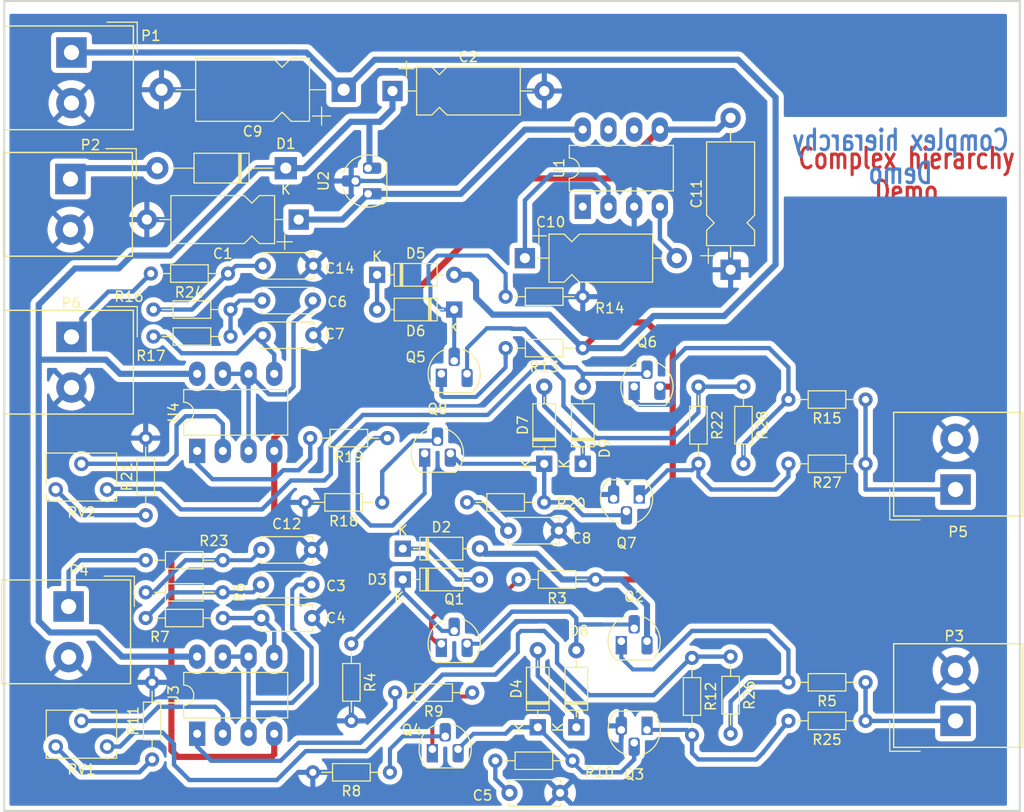
<source format=kicad_pcb>
(kicad_pcb (version 20210424) (generator pcbnew)
  (title_block (title "Actionneur_piezo") (company "Kicad devs") (comment 1 "Demo"))
  (layers (0 "F.Cu" power "top_copper") (31 "B.Cu" signal "bottom_copper") (34 "B.Paste" user) (35 "F.Paste" user) (36 "B.SilkS" user "B.Silkscreen") (37 "F.SilkS" user "F.Silkscreen") (38 "B.Mask" user) (39 "F.Mask" user) (44 "Edge.Cuts" user))
  (net 0 "")
  (net 1 "-VAA")
  (net 2 "/12Vext")
  (net 3 "/ampli_ht_horizontal/PIEZO_IN")
  (net 4 "/ampli_ht_horizontal/PIEZO_OUT")
  (net 5 "/ampli_ht_horizontal/S_OUT+")
  (net 6 "/ampli_ht_horizontal/Vpil_0_3,3V")
  (net 7 "/ampli_ht_vertical/PIEZO_IN")
  (net 8 "/ampli_ht_vertical/PIEZO_OUT")
  (net 9 "/ampli_ht_vertical/S_OUT+")
  (net 10 "/ampli_ht_vertical/Vpil_0_3,3V")
  (net 11 "GND")
  (net 12 "HT")
  (net 13 "Net-(C10-Pad1)")
  (net 14 "Net-(C10-Pad2)")
  (net 15 "Net-(C12-Pad1)")
  (net 16 "Net-(C14-Pad1)")
  (net 17 "Net-(C3-Pad2)")
  (net 18 "Net-(C4-Pad1)")
  (net 19 "Net-(C5-Pad1)")
  (net 20 "Net-(C6-Pad2)")
  (net 21 "Net-(C7-Pad1)")
  (net 22 "Net-(C8-Pad1)")
  (net 23 "Net-(D4-Pad1)")
  (net 24 "Net-(D4-Pad2)")
  (net 25 "Net-(D7-Pad1)")
  (net 26 "Net-(D7-Pad2)")
  (net 27 "Net-(R11-Pad1)")
  (net 28 "Net-(R19-Pad2)")
  (net 29 "Net-(R21-Pad1)")
  (net 30 "Net-(R9-Pad2)")
  (net 31 "Net-(RV1-Pad2)")
  (net 32 "Net-(RV2-Pad2)")
  (net 33 "VCC")
  (net 34 "Net-(D2-Pad1)")
  (net 35 "Net-(D3-Pad1)")
  (net 36 "Net-(D5-Pad1)")
  (net 37 "Net-(D6-Pad1)")
  (net 38 "Net-(D8-Pad2)")
  (net 39 "Net-(D9-Pad2)")
  (net 40 "+12V")
  (net 41 "Net-(Q1-Pad1)")
  (net 42 "Net-(Q2-Pad1)")
  (net 43 "Net-(Q3-Pad1)")
  (net 44 "Net-(Q4-Pad1)")
  (net 45 "Net-(Q4-Pad2)")
  (net 46 "Net-(Q5-Pad1)")
  (net 47 "Net-(Q6-Pad1)")
  (net 48 "Net-(Q7-Pad1)")
  (net 49 "Net-(Q8-Pad1)")
  (net 50 "Net-(Q8-Pad2)")
  (footprint "Capacitor_THT:CP_Axial_L10.0mm_D4.5mm_P15.00mm_Horizontal" (layer "F.Cu") (at 126.619 60.706)
    (fp_text reference "C2")
    (fp_text value "47uF/20V")
  )
  (footprint "Capacitor_THT:CP_Axial_L11.0mm_D6.0mm_P18.00mm_Horizontal" (layer "F.Cu") (at 121.793 60.579 180)
    (fp_text reference "C9")
    (fp_text value "47uF/63V")
  )
  (footprint "Capacitor_THT:CP_Axial_L10.0mm_D4.5mm_P15.00mm_Horizontal" (layer "F.Cu") (at 139.7 77.216)
    (fp_text reference "C10")
    (fp_text value "10uF")
  )
  (footprint "Capacitor_THT:CP_Axial_L10.0mm_D4.5mm_P15.00mm_Horizontal" (layer "F.Cu") (at 160.02 78.359 90)
    (fp_text reference "C11")
    (fp_text value "10uF")
  )
  (footprint "Package_TO_SOT_THT:TO-92_HandSolder" (layer "F.Cu") (at 131.445 115.316)
    (fp_text reference "Q1")
    (fp_text value "MPSA92")
  )
  (footprint "Package_TO_SOT_THT:TO-92_HandSolder" (layer "F.Cu") (at 151.765 123.825 180)
    (fp_text reference "Q3")
    (fp_text value "MPSA92")
  )
  (footprint "Package_TO_SOT_THT:TO-92_HandSolder" (layer "F.Cu") (at 131.445 88.646)
    (fp_text reference "Q5")
    (fp_text value "MPSA92")
  )
  (footprint "Package_TO_SOT_THT:TO-92_HandSolder" (layer "F.Cu") (at 150.495 89.916)
    (fp_text reference "Q6")
    (fp_text value "MPSA42")
  )
  (footprint "Package_TO_SOT_THT:TO-92_HandSolder" (layer "F.Cu") (at 151.003 100.965 180)
    (fp_text reference "Q7")
    (fp_text value "MPSA92")
  )
  (footprint "Package_TO_SOT_THT:TO-92_HandSolder" (layer "F.Cu") (at 129.794 96.52)
    (fp_text reference "Q8")
    (fp_text value "MPSA42")
  )
  (footprint "Potentiometer_THT:Potentiometer_Bourns_3266W_Vertical" (layer "F.Cu") (at 93.345 125.476 180)
    (fp_text reference "RV1")
    (fp_text value "4,7K")
  )
  (footprint "Potentiometer_THT:Potentiometer_Bourns_3266W_Vertical" (layer "F.Cu") (at 93.345 100.076 180)
    (fp_text reference "RV2")
    (fp_text value "4,7K")
  )
  (footprint "Package_TO_SOT_THT:TO-92_HandSolder" (layer "F.Cu") (at 124.206 70.866 90)
    (fp_text reference "U2")
    (fp_text value "78L05")
  )
  (footprint "Resistor_THT:R_Axial_DIN0204_L3.6mm_D1.6mm_P7.62mm_Horizontal" (layer "F.Cu") (at 126.111 94.996 180)
    (fp_text reference "R19")
    (fp_text value "1K")
  )
  (footprint "Resistor_THT:R_Axial_DIN0204_L3.6mm_D1.6mm_P7.62mm_Horizontal" (layer "F.Cu") (at 109.855 110.236 180)
    (fp_text reference "R6")
    (fp_text value "22K")
  )
  (footprint "Resistor_THT:R_Axial_DIN0204_L3.6mm_D1.6mm_P7.62mm_Horizontal" (layer "F.Cu") (at 125.603 101.346 180)
    (fp_text reference "R18")
    (fp_text value "1K")
  )
  (footprint "Resistor_THT:R_Axial_DIN0204_L3.6mm_D1.6mm_P7.62mm_Horizontal" (layer "F.Cu") (at 110.617 82.296 180)
    (fp_text reference "R16")
    (fp_text value "22K")
  )
  (footprint "Resistor_THT:R_Axial_DIN0204_L3.6mm_D1.6mm_P7.62mm_Horizontal" (layer "F.Cu") (at 173.355 91.186 180)
    (fp_text reference "R15")
    (fp_text value "47")
  )
  (footprint "Resistor_THT:R_Axial_DIN0204_L3.6mm_D1.6mm_P7.62mm_Horizontal" (layer "F.Cu") (at 137.795 81.026)
    (fp_text reference "R14")
    (fp_text value "220K")
  )
  (footprint "Resistor_THT:R_Axial_DIN0204_L3.6mm_D1.6mm_P7.62mm_Horizontal" (layer "F.Cu") (at 145.415 86.106 180)
    (fp_text reference "R13")
    (fp_text value "470")
  )
  (footprint "Resistor_THT:R_Axial_DIN0204_L3.6mm_D1.6mm_P7.62mm_Horizontal" (layer "F.Cu") (at 156.21 116.713 -90)
    (fp_text reference "R12")
    (fp_text value "220K")
  )
  (footprint "Resistor_THT:R_Axial_DIN0204_L3.6mm_D1.6mm_P7.62mm_Horizontal" (layer "F.Cu") (at 102.87 126.746 90)
    (fp_text reference "R11")
    (fp_text value "4,7K")
  )
  (footprint "Resistor_THT:R_Axial_DIN0204_L3.6mm_D1.6mm_P7.62mm_Horizontal" (layer "F.Cu") (at 144.399 126.873 180)
    (fp_text reference "R10")
    (fp_text value "5,6K")
  )
  (footprint "Resistor_THT:R_Axial_DIN0204_L3.6mm_D1.6mm_P7.62mm_Horizontal" (layer "F.Cu") (at 134.493 120.142 180)
    (fp_text reference "R9")
    (fp_text value "1K")
  )
  (footprint "Resistor_THT:R_Axial_DIN0204_L3.6mm_D1.6mm_P7.62mm_Horizontal" (layer "F.Cu") (at 126.365 128.016 180)
    (fp_text reference "R8")
    (fp_text value "1K")
  )
  (footprint "Resistor_THT:R_Axial_DIN0204_L3.6mm_D1.6mm_P7.62mm_Horizontal" (layer "F.Cu") (at 109.855 112.776 180)
    (fp_text reference "R7")
    (fp_text value "22K")
  )
  (footprint "Resistor_THT:R_Axial_DIN0204_L3.6mm_D1.6mm_P7.62mm_Horizontal" (layer "F.Cu") (at 102.997 84.963)
    (fp_text reference "R17")
    (fp_text value "22K")
  )
  (footprint "Resistor_THT:R_Axial_DIN0204_L3.6mm_D1.6mm_P7.62mm_Horizontal" (layer "F.Cu") (at 102.235 102.616 90)
    (fp_text reference "R21")
    (fp_text value "4,7K")
  )
  (footprint "Resistor_THT:R_Axial_DIN0204_L3.6mm_D1.6mm_P7.62mm_Horizontal" (layer "F.Cu") (at 146.685 108.966 180)
    (fp_text reference "R3")
    (fp_text value "470")
  )
  (footprint "Resistor_THT:R_Axial_DIN0204_L3.6mm_D1.6mm_P7.62mm_Horizontal" (layer "F.Cu") (at 122.555 115.316 -90)
    (fp_text reference "R4")
    (fp_text value "220K")
  )
  (footprint "Resistor_THT:R_Axial_DIN0204_L3.6mm_D1.6mm_P7.62mm_Horizontal" (layer "F.Cu") (at 173.355 119.126 180)
    (fp_text reference "R5")
    (fp_text value "47")
  )
  (footprint "Resistor_THT:R_Axial_DIN0204_L3.6mm_D1.6mm_P7.62mm_Horizontal" (layer "F.Cu") (at 161.29 89.916 -90)
    (fp_text reference "R28")
    (fp_text value "220K")
  )
  (footprint "Resistor_THT:R_Axial_DIN0204_L3.6mm_D1.6mm_P7.62mm_Horizontal" (layer "F.Cu") (at 173.355 97.536 180)
    (fp_text reference "R27")
    (fp_text value "47")
  )
  (footprint "Resistor_THT:R_Axial_DIN0204_L3.6mm_D1.6mm_P7.62mm_Horizontal" (layer "F.Cu") (at 160.02 116.586 -90)
    (fp_text reference "R26")
    (fp_text value "220K")
  )
  (footprint "Resistor_THT:R_Axial_DIN0204_L3.6mm_D1.6mm_P7.62mm_Horizontal" (layer "F.Cu") (at 173.355 122.936 180)
    (fp_text reference "R25")
    (fp_text value "47")
  )
  (footprint "Resistor_THT:R_Axial_DIN0204_L3.6mm_D1.6mm_P7.62mm_Horizontal" (layer "F.Cu") (at 110.363 78.74 180)
    (fp_text reference "R24")
    (fp_text value "1K")
  )
  (footprint "Resistor_THT:R_Axial_DIN0204_L3.6mm_D1.6mm_P7.62mm_Horizontal" (layer "F.Cu") (at 109.855 107.061 180)
    (fp_text reference "R23")
    (fp_text value "1K")
  )
  (footprint "Resistor_THT:R_Axial_DIN0204_L3.6mm_D1.6mm_P7.62mm_Horizontal" (layer "F.Cu") (at 156.845 89.916 -90)
    (fp_text reference "R22")
    (fp_text value "220K")
  )
  (footprint "Resistor_THT:R_Axial_DIN0204_L3.6mm_D1.6mm_P7.62mm_Horizontal" (layer "F.Cu") (at 141.605 101.346 180)
    (fp_text reference "R20")
    (fp_text value "5,6K")
  )
  (footprint "Package_DIP:DIP-8_W7.62mm_LongPads" (layer "F.Cu") (at 107.315 96.266 90)
    (fp_text reference "U4")
    (fp_text value "LM358N")
  )
  (footprint "Package_DIP:DIP-8_W7.62mm_LongPads" (layer "F.Cu") (at 145.415 72.136 90)
    (fp_text reference "U1")
    (fp_text value "ICL7660")
  )
  (footprint "Package_DIP:DIP-8_W7.62mm_LongPads" (layer "F.Cu") (at 107.315 124.206 90)
    (fp_text reference "U3")
    (fp_text value "LM358N")
  )
  (footprint "Capacitor_THT:C_Disc_D5.0mm_W2.5mm_P5.00mm" (layer "F.Cu") (at 138.049 104.14)
    (fp_text reference "C8")
    (fp_text value "820pF")
  )
  (footprint "Capacitor_THT:C_Disc_D5.0mm_W2.5mm_P5.00mm" (layer "F.Cu") (at 113.792 84.836)
    (fp_text reference "C7")
    (fp_text value "4.7nF")
  )
  (footprint "Capacitor_THT:C_Disc_D5.0mm_W2.5mm_P5.00mm" (layer "F.Cu") (at 118.745 81.407 180)
    (fp_text reference "C6")
    (fp_text value "15nF")
  )
  (footprint "Capacitor_THT:C_Disc_D5.0mm_W2.5mm_P5.00mm" (layer "F.Cu") (at 138.176 130.048)
    (fp_text reference "C5")
    (fp_text value "820pF")
  )
  (footprint "Capacitor_THT:C_Disc_D5.0mm_W2.5mm_P5.00mm" (layer "F.Cu") (at 113.665 106.045)
    (fp_text reference "C12")
    (fp_text value "150nF")
  )
  (footprint "Capacitor_THT:C_Disc_D5.0mm_W2.5mm_P5.00mm" (layer "F.Cu") (at 113.792 77.978)
    (fp_text reference "C14")
    (fp_text value "150nF")
  )
  (footprint "Capacitor_THT:C_Disc_D5.0mm_W2.5mm_P5.00mm" (layer "F.Cu") (at 113.665 112.776)
    (fp_text reference "C4")
    (fp_text value "4.7nF")
  )
  (footprint "Capacitor_THT:C_Disc_D5.0mm_W2.5mm_P5.00mm" (layer "F.Cu") (at 118.618 109.474 180)
    (fp_text reference "C3")
    (fp_text value "15nF")
  )
  (footprint "Diode_THT:D_DO-41_SOD81_P12.70mm_Horizontal" (layer "F.Cu") (at 116.078 68.326 180)
    (fp_text reference "D1")
    (fp_text value "1N4007")
  )
  (footprint "Diode_THT:D_DO-35_SOD27_P7.62mm_Horizontal" (layer "F.Cu") (at 125.095 78.867)
    (fp_text reference "D5")
    (fp_text value "1N4148")
  )
  (footprint "Diode_THT:D_DO-35_SOD27_P7.62mm_Horizontal" (layer "F.Cu") (at 144.78 123.571 90)
    (fp_text reference "D8")
    (fp_text value "1N4148")
  )
  (footprint "Diode_THT:D_DO-35_SOD27_P7.62mm_Horizontal" (layer "F.Cu") (at 127.635 105.918)
    (fp_text reference "D2")
    (fp_text value "1N4148")
  )
  (footprint "Diode_THT:D_DO-35_SOD27_P7.62mm_Horizontal" (layer "F.Cu") (at 127.635 108.966)
    (fp_text reference "D3")
    (fp_text value "1N4148")
  )
  (footprint "Diode_THT:D_DO-35_SOD27_P7.62mm_Horizontal" (layer "F.Cu") (at 141.605 97.536 90)
    (fp_text reference "D7")
    (fp_text value "1N4148")
  )
  (footprint "Diode_THT:D_DO-35_SOD27_P7.62mm_Horizontal" (layer "F.Cu") (at 132.715 82.296 180)
    (fp_text reference "D6")
    (fp_text value "1N4148")
  )
  (footprint "Diode_THT:D_DO-35_SOD27_P7.62mm_Horizontal" (layer "F.Cu") (at 140.97 123.571 90)
    (fp_text reference "D4")
    (fp_text value "1N4148")
  )
  (footprint "Diode_THT:D_DO-35_SOD27_P7.62mm_Horizontal" (layer "F.Cu") (at 145.415 97.536 90)
    (fp_text reference "D9")
    (fp_text value "1N4148")
  )
  (footprint "TerminalBlock_Altech:Altech_AK300_1x02_P5.00mm_45-Degree" (layer "F.Cu") (at 94.9 56.9 -90)
    (fp_text reference "P1")
    (fp_text value "CONN_2")
  )
  (footprint "TerminalBlock_Altech:Altech_AK300_1x02_P5.00mm_45-Degree" (layer "F.Cu") (at 94.8 69.4 -90)
    (fp_text reference "P2")
    (fp_text value "CONN_2")
  )
  (footprint "TerminalBlock_Altech:Altech_AK300_1x02_P5.00mm_45-Degree" (layer "F.Cu") (at 94.615 111.633 -90)
    (fp_text reference "P4")
    (fp_text value "CONN_2")
  )
  (footprint "TerminalBlock_Altech:Altech_AK300_1x02_P5.00mm_45-Degree" (layer "F.Cu") (at 182.245 122.936 90)
    (fp_text reference "P3")
    (fp_text value "CONN_2")
  )
  (footprint "TerminalBlock_Altech:Altech_AK300_1x02_P5.00mm_45-Degree" (layer "F.Cu") (at 94.9 85 -90)
    (fp_text reference "P6")
    (fp_text value "CONN_2")
  )
  (footprint "TerminalBlock_Altech:Altech_AK300_1x02_P5.00mm_45-Degree" (layer "F.Cu") (at 182.245 100.076 90)
    (fp_text reference "P5")
    (fp_text value "CONN_2")
  )
  (footprint "Package_TO_SOT_THT:TO-92_HandSolder" (layer "F.Cu") (at 149.225 115.062)
    (fp_text reference "Q2")
    (fp_text value "MPSA42")
  )
  (footprint "Package_TO_SOT_THT:TO-92_HandSolder" (layer "F.Cu") (at 130.556 125.73)
    (fp_text reference "Q4")
    (fp_text value "MPSA42")
  )
  (footprint "Capacitor_THT:CP_Axial_L10.0mm_D4.5mm_P15.00mm_Horizontal" (layer "F.Cu") (at 117.348 73.406 180)
    (fp_text reference "C1")
    (fp_text value "47uF")
  )
  (gr_line (start 88.265 131.826) (end 88.265 51.816) (angle 90) (layer "Edge.Cuts") (width 0.2032))
  (gr_line (start 188.595 131.826) (end 88.265 131.826) (angle 90) (layer "Edge.Cuts") (width 0.2032))
  (gr_line (start 88.265 51.816) (end 188.595 51.816) (angle 90) (layer "Edge.Cuts") (width 0.2032))
  (gr_line (start 188.595 51.816) (end 188.595 131.826) (angle 90) (layer "Edge.Cuts") (width 0.2032))
  (gr_text "Complex hierarchy\nDemo" (at 177.4 69) (layer "F.Cu") (effects (font (size 2.032 1.524) (thickness 0.3048))))
  (gr_text "Complex hierarchy\nDemo" (at 176.8 67.2) (layer "B.Cu") (effects (font (size 2.032 1.524) (thickness 0.3048)) (justify mirror)))
  (segment (start 107.061 104.521) (end 104.775 106.807) (width 0.6096) (layer "F.Cu") (net 1))
  (segment (start 113.411 126.492) (end 114.681 126.492) (width 0.6096) (layer "F.Cu") (net 1))
  (segment (start 113.411 126.492) (end 105.41 126.492) (width 0.6096) (layer "F.Cu") (net 1))
  (segment (start 104.775 106.807) (end 104.775 109.601) (width 0.6096) (layer "F.Cu") (net 1))
  (segment (start 128.905 86.614) (end 128.905 80.518) (width 0.6096) (layer "F.Cu") (net 1))
  (segment (start 140.081 69.342) (end 148.209 69.342) (width 0.6096) (layer "F.Cu") (net 1))
  (segment (start 148.209 69.342) (end 153.035 64.516) (width 0.6096) (layer "F.Cu") (net 1))
  (segment (start 128.905 80.518) (end 140.081 69.342) (width 0.6096) (layer "F.Cu") (net 1))
  (segment (start 114.935 102.108) (end 114.935 102.362) (width 0.6096) (layer "F.Cu") (net 1))
  (segment (start 114.935 96.266) (end 114.935 94.996) (width 0.6096) (layer "F.Cu") (net 1))
  (segment (start 114.935 94.996) (end 121.031 88.9) (width 0.6096) (layer "F.Cu") (net 1))
  (segment (start 114.935 126.238) (end 114.935 124.206) (width 0.6096) (layer "F.Cu") (net 1))
  (segment (start 114.935 102.362) (end 112.776 104.521) (width 0.6096) (layer "F.Cu") (net 1))
  (segment (start 105.41 126.492) (end 104.775 125.857) (width 0.6096) (layer "F.Cu") (net 1))
  (segment (start 121.031 88.9) (end 126.619 88.9) (width 0.6) (layer "F.Cu") (net 1))
  (segment (start 104.775 109.601) (end 104.775 125.857) (width 0.6096) (layer "F.Cu") (net 1))
  (segment (start 112.776 104.521) (end 107.061 104.521) (width 0.6096) (layer "F.Cu") (net 1))
  (segment (start 114.681 126.492) (end 114.935 126.238) (width 0.6096) (layer "F.Cu") (net 1))
  (segment (start 126.619 88.9) (end 128.905 86.614) (width 0.6096) (layer "F.Cu") (net 1))
  (segment (start 114.935 96.266) (end 114.935 102.108) (width 0.6096) (layer "F.Cu") (net 1))
  (segment (start 153.035 64.516) (end 158.75 64.516) (width 0.6096) (layer "B.Cu") (net 1))
  (segment (start 158.75 64.516) (end 160.02 63.246) (width 0.6096) (layer "B.Cu") (net 1))
  (segment (start 103.378 68.326) (end 95.874 68.326) (width 0.6) (layer "B.Cu") (net 2))
  (segment (start 95.874 68.326) (end 94.8 69.4) (width 0.6) (layer "B.Cu") (net 2))
  (segment (start 98.552 80.518) (end 100.965 80.518) (width 0.4318) (layer "B.Cu") (net 3))
  (segment (start 95.885 83.185) (end 98.552 80.518) (width 0.4318) (layer "B.Cu") (net 3))
  (segment (start 95.885 84.836) (end 95.885 83.185) (width 0.4318) (layer "B.Cu") (net 3))
  (segment (start 100.965 80.518) (end 102.743 78.74) (width 0.4318) (layer "B.Cu") (net 3))
  (segment (start 173.355 100.076) (end 182.245 100.076) (width 0.4318) (layer "B.Cu") (net 4))
  (segment (start 173.355 97.536) (end 173.355 91.186) (width 0.4318) (layer "B.Cu") (net 4))
  (segment (start 173.355 97.536) (end 173.355 100.076) (width 0.4318) (layer "B.Cu") (net 4))
  (segment (start 118.618 99.187) (end 116.586 99.187) (width 0.4318) (layer "B.Cu") (net 5))
  (segment (start 156.845 89.916) (end 156.845 92.456) (width 0.4318) (layer "B.Cu") (net 5))
  (segment (start 143.51 91.821) (end 146.685 94.996) (width 0.4318) (layer "B.Cu") (net 5))
  (segment (start 140.589 88.011) (end 142.24 88.011) (width 0.4318) (layer "B.Cu") (net 5))
  (segment (start 98.48596 100.01504) (end 103.69804 100.01504) (width 0.4318) (layer "B.Cu") (net 5))
  (segment (start 113.7285 102.0445) (end 116.078 99.695) (width 0.4318) (layer "B.Cu") (net 5))
  (segment (start 123.698 92.71) (end 120.523 95.885) (width 0.4318) (layer "B.Cu") (net 5))
  (segment (start 105.7275 102.0445) (end 113.7285 102.0445) (width 0.4318) (layer "B.Cu") (net 5))
  (segment (start 142.24 88.011) (end 143.51 89.281) (width 0.4318) (layer "B.Cu") (net 5))
  (segment (start 135.89 92.71) (end 123.698 92.71) (width 0.4318) (layer "B.Cu") (net 5))
  (segment (start 154.305 94.996) (end 146.685 94.996) (width 0.4318) (layer "B.Cu") (net 5))
  (segment (start 143.51 89.281) (end 143.51 91.821) (width 0.4318) (layer "B.Cu") (net 5))
  (segment (start 135.89 92.71) (end 136.017 92.71) (width 0.4) (layer "B.Cu") (net 5))
  (segment (start 120.523 95.885) (end 120.523 98.552) (width 0.4318) (layer "B.Cu") (net 5))
  (segment (start 119.888 99.187) (end 120.523 98.552) (width 0.4318) (layer "B.Cu") (net 5))
  (segment (start 105.7275 102.0445) (end 103.69804 100.01504) (width 0.4318) (layer "B.Cu") (net 5))
  (segment (start 140.589 88.138) (end 140.589 88.011) (width 0.4) (layer "B.Cu") (net 5))
  (segment (start 98.425 100.076) (end 98.48596 100.01504) (width 0.4318) (layer "B.Cu") (net 5))
  (segment (start 156.845 89.916) (end 161.29 89.916) (width 0.4318) (layer "B.Cu") (net 5))
  (segment (start 156.845 92.456) (end 154.305 94.996) (width 0.4318) (layer "B.Cu") (net 5))
  (segment (start 136.017 92.71) (end 140.589 88.138) (width 0.4) (layer "B.Cu") (net 5))
  (segment (start 118.618 99.187) (end 119.888 99.187) (width 0.4318) (layer "B.Cu") (net 5))
  (segment (start 116.586 99.187) (end 116.078 99.695) (width 0.4318) (layer "B.Cu") (net 5))
  (segment (start 109.855 88.646) (end 112.395 88.646) (width 0.4318) (layer "B.Cu") (net 6))
  (segment (start 114.427 90.678) (end 112.395 88.646) (width 0.4318) (layer "B.Cu") (net 6))
  (segment (start 118.745 82.042) (end 116.84 83.566) (width 0.4318) (layer "B.Cu") (net 6))
  (segment (start 116.078 90.678) (end 114.427 90.678) (width 0.4318) (layer "B.Cu") (net 6))
  (segment (start 116.84 83.566) (end 116.84 89.916) (width 0.4318) (layer "B.Cu") (net 6))
  (segment (start 112.395 88.646) (end 112.395 96.266) (width 0.4318) (layer "B.Cu") (net 6))
  (segment (start 116.84 89.916) (end 116.078 90.678) (width 0.4318) (layer "B.Cu") (net 6))
  (segment (start 118.745 81.407) (end 118.745 82.042) (width 0.4318) (layer "B.Cu") (net 6))
  (segment (start 94.615 108.204) (end 95.758 107.061) (width 0.4318) (layer "B.Cu") (net 7))
  (segment (start 94.615 111.506) (end 94.615 108.204) (width 0.4318) (layer "B.Cu") (net 7))
  (segment (start 95.758 107.061) (end 102.235 107.061) (width 0.4318) (layer "B.Cu") (net 7))
  (segment (start 173.355 122.936) (end 173.355 119.126) (width 0.4318) (layer "B.Cu") (net 8))
  (segment (start 173.355 122.936) (end 182.245 122.936) (width 0.4318) (layer "B.Cu") (net 8))
  (segment (start 146.05 120.396) (end 152.4 120.396) (width 0.4318) (layer "B.Cu") (net 9))
  (segment (start 139.319 114.046) (end 139.0015 114.3635) (width 0.4) (layer "B.Cu") (net 9))
  (segment (start 142.875 115.316) (end 142.875 117.221) (width 0.4318) (layer "B.Cu") (net 9))
  (segment (start 152.4 120.396) (end 156.21 116.586) (width 0.4318) (layer "B.Cu") (net 9))
  (segment (start 105.029 127.254) (end 106.553 128.778) (width 0.4318) (layer "B.Cu") (net 9))
  (segment (start 141.097 114.046) (end 141.605 114.046) (width 0.4318) (layer "B.Cu") (net 9))
  (segment (start 98.425 125.476) (end 99.695 125.476) (width 0.4318) (layer "B.Cu") (net 9))
  (segment (start 156.21 116.586) (end 160.02 116.586) (width 0.4318) (layer "B.Cu") (net 9))
  (segment (start 118.0465 125.9205) (end 124.0155 125.9205) (width 0.4318) (layer "B.Cu") (net 9))
  (segment (start 141.605 114.046) (end 142.875 115.316) (width 0.4318) (layer "B.Cu") (net 9))
  (segment (start 142.875 117.221) (end 146.05 120.396) (width 0.4318) (layer "B.Cu") (net 9))
  (segment (start 101.092 124.079) (end 103.886 124.079) (width 0.4318) (layer "B.Cu") (net 9))
  (segment (start 141.097 114.046) (end 139.319 114.046) (width 0.4) (layer "B.Cu") (net 9))
  (segment (start 124.0155 125.9205) (end 131.572 118.364) (width 0.4318) (layer "B.Cu") (net 9))
  (segment (start 139.0015 114.3635) (end 139.0015 116.1415) (width 0.4) (layer "B.Cu") (net 9))
  (segment (start 136.779 118.364) (end 139.0015 116.1415) (width 0.4318) (layer "B.Cu") (net 9))
  (segment (start 99.695 125.476) (end 101.092 124.079) (width 0.4318) (layer "B.Cu") (net 9))
  (segment (start 105.029 125.222) (end 105.029 127.254) (width 0.4318) (layer "B.Cu") (net 9))
  (segment (start 115.189 128.778) (end 118.0465 125.9205) (width 0.4318) (layer "B.Cu") (net 9))
  (segment (start 131.572 118.364) (end 136.779 118.364) (width 0.4318) (layer "B.Cu") (net 9))
  (segment (start 103.886 124.079) (end 105.029 125.222) (width 0.4318) (layer "B.Cu") (net 9))
  (segment (start 106.553 128.778) (end 115.189 128.778) (width 0.4318) (layer "B.Cu") (net 9))
  (segment (start 116.713 111.76) (end 116.713 112.522) (width 0.4318) (layer "B.Cu") (net 10))
  (segment (start 116.713 109.982) (end 117.221 109.474) (width 0.4) (layer "B.Cu") (net 10))
  (segment (start 117.221 109.474) (end 118.618 109.474) (width 0.4) (layer "B.Cu") (net 10))
  (segment (start 112.395 116.586) (end 109.855 116.586) (width 0.4318) (layer "B.Cu") (net 10))
  (segment (start 118.618 119.253) (end 116.713 121.158) (width 0.4318) (layer "B.Cu") (net 10))
  (segment (start 116.713 113.792) (end 118.618 115.697) (width 0.4318) (layer "B.Cu") (net 10))
  (segment (start 112.395 121.158) (end 112.395 116.586) (width 0.4318) (layer "B.Cu") (net 10))
  (segment (start 116.713 121.158) (end 112.395 121.158) (width 0.4318) (layer "B.Cu") (net 10))
  (segment (start 116.713 111.76) (end 116.713 109.982) (width 0.4) (layer "B.Cu") (net 10))
  (segment (start 116.713 112.522) (end 116.713 113.792) (width 0.4318) (layer "B.Cu") (net 10))
  (segment (start 112.395 124.206) (end 112.395 121.158) (width 0.4318) (layer "B.Cu") (net 10))
  (segment (start 118.618 115.697) (end 118.618 119.253) (width 0.4318) (layer "B.Cu") (net 10))
  (segment (start 154.305 106.426) (end 151.765 108.966) (width 0.6096) (layer "F.Cu") (net 12))
  (segment (start 145.415 86.106) (end 147.955 83.566) (width 0.6096) (layer "F.Cu") (net 12))
  (segment (start 154.178 89.916) (end 154.305 90.043) (width 0.6) (layer "F.Cu") (net 12))
  (segment (start 154.305 86.106) (end 154.305 90.043) (width 0.6096) (layer "F.Cu") (net 12))
  (segment (start 151.765 83.566) (end 154.305 86.106) (width 0.6096) (layer "F.Cu") (net 12))
  (segment (start 147.955 83.566) (end 151.765 83.566) (width 0.6096) (layer "F.Cu") (net 12))
  (segment (start 151.765 108.966) (end 146.685 108.966) (width 0.6096) (layer "F.Cu") (net 12))
  (segment (start 153.035 89.916) (end 154.178 89.916) (width 0.6) (layer "F.Cu") (net 12))
  (segment (start 154.305 90.043) (end 154.305 106.426) (width 0.6096) (layer "F.Cu") (net 12))
  (segment (start 135.763 106.426) (end 135.255 105.918) (width 0.6) (layer "B.Cu") (net 12))
  (segment (start 136.525 82.80146) (end 142.11046 82.80146) (width 0.6096) (layer "B.Cu") (net 12))
  (segment (start 136.52246 82.80146) (end 134.874 81.153) (width 0.6) (layer "B.Cu") (net 12))
  (segment (start 134.874 81.153) (end 134.874 79.502) (width 0.6) (layer "B.Cu") (net 12))
  (segment (start 134.874 79.502) (end 134.239 78.867) (width 0.6) (layer "B.Cu") (net 12))
  (segment (start 134.239 78.867) (end 132.715 78.867) (width 0.6) (layer "B.Cu") (net 12))
  (segment (start 121.89206 60.579) (end 124.8537 57.61736) (width 0.6) (layer "B.Cu") (net 12))
  (segment (start 142.11046 82.80146) (end 145.415 86.106) (width 0.6096) (layer "B.Cu") (net 12))
  (segment (start 143.383 108.966) (end 146.685 108.966) (width 0.6096) (layer "B.Cu") (net 12))
  (segment (start 117.15858 56.9) (end 118.114 56.9) (width 0.6) (layer "B.Cu") (net 12))
  (segment (start 151.765 111.506) (end 149.225 108.966) (width 0.6) (layer "B.Cu") (net 12))
  (segment (start 140.843 106.426) (end 143.383 108.966) (width 0.6096) (layer "B.Cu") (net 12))
  (segment (start 124.8537 57.61736) (end 160.74136 57.61736) (width 0.6096) (layer "B.Cu") (net 12))
  (segment (start 160.74136 57.61736) (end 164.465 61.341) (width 0.6096) (layer "B.Cu") (net 12))
  (segment (start 149.225 108.966) (end 146.685 108.966) (width 0.6) (layer "B.Cu") (net 12))
  (segment (start 152.4 82.931) (end 149.225 86.106) (width 0.6096) (layer "B.Cu") (net 12))
  (segment (start 159.385 82.931) (end 152.4 82.931) (width 0.6096) (layer "B.Cu") (net 12))
  (segment (start 164.465 77.851) (end 159.385 82.931) (width 0.6096) (layer "B.Cu") (net 12))
  (segment (start 140.716 106.426) (end 135.763 106.426) (width 0.6) (layer "B.Cu") (net 12))
  (segment (start 140.716 106.426) (end 140.843 106.426) (width 0.6096) (layer "B.Cu") (net 12))
  (segment (start 164.465 61.341) (end 164.465 77.851) (width 0.6096) (layer "B.Cu") (net 12))
  (segment (start 149.225 86.106) (end 145.415 86.106) (width 0.6096) (layer "B.Cu") (net 12))
  (segment (start 117.15858 56.9) (end 94.9 56.9) (width 0.6096) (layer "B.Cu") (net 12))
  (segment (start 121.793 60.579) (end 121.89206 60.579) (width 0.6) (layer "B.Cu") (net 12))
  (segment (start 117.16258 56.896) (end 117.15858 56.9) (width 0.6096) (layer "B.Cu") (net 12))
  (segment (start 151.765 115.062) (end 151.765 111.506) (width 0.6) (layer "B.Cu") (net 12))
  (segment (start 136.525 82.80146) (end 136.52246 82.80146) (width 0.6) (layer "B.Cu") (net 12))
  (segment (start 118.114 56.9) (end 121.793 60.579) (width 0.6) (layer "B.Cu") (net 12))
  (segment (start 147.955 70.231) (end 147.955 72.136) (width 0.4318) (layer "B.Cu") (net 13))
  (segment (start 139.7 71.501) (end 142.24 68.961) (width 0.4318) (layer "B.Cu") (net 13))
  (segment (start 139.7 77.216) (end 139.7 71.501) (width 0.4318) (layer "B.Cu") (net 13))
  (segment (start 142.24 68.961) (end 146.685 68.961) (width 0.4318) (layer "B.Cu") (net 13))
  (segment (start 146.685 68.961) (end 147.955 70.231) (width 0.4318) (layer "B.Cu") (net 13))
  (segment (start 153.035 72.136) (end 153.035 75.311) (width 0.4318) (layer "B.Cu") (net 14))
  (segment (start 153.035 75.311) (end 154.94 77.216) (width 0.4318) (layer "B.Cu") (net 14))
  (segment (start 112.649 107.061) (end 113.665 106.045) (width 0.4) (layer "B.Cu") (net 15))
  (segment (start 106.172 107.061) (end 109.855 107.061) (width 0.4318) (layer "B.Cu") (net 15))
  (segment (start 109.855 107.061) (end 112.649 107.061) (width 0.4) (layer "B.Cu") (net 15))
  (segment (start 102.235 110.236) (end 102.997 110.236) (width 0.4318) (layer "B.Cu") (net 15))
  (segment (start 102.997 110.236) (end 106.172 107.061) (width 0.4318) (layer "B.Cu") (net 15))
  (segment (start 111.125 77.978) (end 110.363 78.74) (width 0.4) (layer "B.Cu") (net 16))
  (segment (start 106.807 82.296) (end 110.363 78.74) (width 0.4318) (layer "B.Cu") (net 16))
  (segment (start 113.792 77.978) (end 111.125 77.978) (width 0.4) (layer "B.Cu") (net 16))
  (segment (start 102.997 82.296) (end 106.807 82.296) (width 0.4318) (layer "B.Cu") (net 16))
  (segment (start 112.856 110.236) (end 113.618 109.474) (width 0.4) (layer "B.Cu") (net 17))
  (segment (start 102.235 112.776) (end 104.775 110.236) (width 0.4318) (layer "B.Cu") (net 17))
  (segment (start 104.775 110.236) (end 109.855 110.236) (width 0.4318) (layer "B.Cu") (net 17))
  (segment (start 109.855 110.236) (end 112.856 110.236) (width 0.4) (layer "B.Cu") (net 17))
  (segment (start 109.855 112.776) (end 113.665 112.776) (width 0.4318) (layer "B.Cu") (net 18))
  (segment (start 113.665 112.776) (end 114.935 114.046) (width 0.4318) (layer "B.Cu") (net 18))
  (segment (start 114.935 114.046) (end 114.935 116.586) (width 0.4318) (layer "B.Cu") (net 18))
  (segment (start 136.779 128.651) (end 138.176 130.048) (width 0.4318) (layer "B.Cu") (net 19))
  (segment (start 136.779 126.873) (end 136.779 128.651) (width 0.4318) (layer "B.Cu") (net 19))
  (segment (start 111.506 81.407) (end 110.617 82.296) (width 0.4) (layer "B.Cu") (net 20))
  (segment (start 113.745 81.407) (end 111.506 81.407) (width 0.4) (layer "B.Cu") (net 20))
  (segment (start 110.617 84.963) (end 110.617 82.296) (width 0.4318) (layer "B.Cu") (net 20))
  (segment (start 104.14 84.963) (end 105.791 86.614) (width 0.4) (layer "B.Cu") (net 21))
  (segment (start 114.935 86.741) (end 114.935 88.646) (width 0.4318) (layer "B.Cu") (net 21))
  (segment (start 102.997 84.963) (end 104.14 84.963) (width 0.4) (layer "B.Cu") (net 21))
  (segment (start 111.252 86.614) (end 105.791 86.614) (width 0.4318) (layer "B.Cu") (net 21))
  (segment (start 113.665 84.836) (end 113.03 84.836) (width 0.4318) (layer "B.Cu") (net 21))
  (segment (start 113.665 84.836) (end 113.665 85.471) (width 0.4318) (layer "B.Cu") (net 21))
  (segment (start 113.665 85.471) (end 114.935 86.741) (width 0.4318) (layer "B.Cu") (net 21))
  (segment (start 113.03 84.836) (end 111.252 86.614) (width 0.4318) (layer "B.Cu") (net 21))
  (segment (start 135.255 101.346) (end 138.049 104.14) (width 0.4318) (layer "B.Cu") (net 22))
  (segment (start 133.985 101.346) (end 135.255 101.346) (width 0.4318) (layer "B.Cu") (net 22))
  (segment (start 144.399 127) (end 145.415 128.016) (width 0.4) (layer "B.Cu") (net 23))
  (segment (start 144.272 126.873) (end 140.97 123.571) (width 0.4) (layer "B.Cu") (net 23))
  (segment (start 149.225 128.016) (end 150.495 126.746) (width 0.4318) (layer "B.Cu") (net 23))
  (segment (start 144.399 126.873) (end 144.272 126.873) (width 0.4) (layer "B.Cu") (net 23))
  (segment (start 144.399 126.873) (end 144.399 127) (width 0.4) (layer "B.Cu") (net 23))
  (segment (start 134.62 124.206) (end 133.096 125.73) (width 0.4) (layer "B.Cu") (net 23))
  (segment (start 138.43 123.571) (end 140.97 123.571) (width 0.4318) (layer "B.Cu") (net 23))
  (segment (start 137.795 124.206) (end 138.43 123.571) (width 0.4318) (layer "B.Cu") (net 23))
  (segment (start 137.795 124.206) (end 134.62 124.206) (width 0.4) (layer "B.Cu") (net 23))
  (segment (start 145.415 128.016) (end 149.225 128.016) (width 0.4318) (layer "B.Cu") (net 23))
  (segment (start 150.495 126.746) (end 150.495 125.476) (width 0.4318) (layer "B.Cu") (net 23))
  (segment (start 140.97 118.491) (end 144.78 122.301) (width 0.4318) (layer "B.Cu") (net 24))
  (segment (start 144.78 122.301) (end 144.78 123.571) (width 0.4318) (layer "B.Cu") (net 24))
  (segment (start 140.97 115.951) (end 140.97 118.491) (width 0.4318) (layer "B.Cu") (net 24))
  (segment (start 133.35 97.536) (end 132.334 96.52) (width 0.4) (layer "B.Cu") (net 25))
  (segment (start 149.352 102.616) (end 149.733 102.235) (width 0.4) (layer "B.Cu") (net 25))
  (segment (start 145.415 102.616) (end 144.145 101.346) (width 0.4318) (layer "B.Cu") (net 25))
  (segment (start 141.605 97.536) (end 133.35 97.536) (width 0.4) (layer "B.Cu") (net 25))
  (segment (start 144.145 101.346) (end 141.605 101.346) (width 0.4318) (layer "B.Cu") (net 25))
  (segment (start 145.415 102.616) (end 149.352 102.616) (width 0.4) (layer "B.Cu") (net 25))
  (segment (start 141.605 97.536) (end 141.605 101.346) (width 0.4318) (layer "B.Cu") (net 25))
  (segment (start 141.605 97.536) (end 141.67358 97.536) (width 0.4318) (layer "B.Cu") (net 25))
  (segment (start 141.605 91.821) (end 145.415 95.631) (width 0.4318) (layer "B.Cu") (net 26))
  (segment (start 141.605 89.916) (end 141.605 91.821) (width 0.4318) (layer "B.Cu") (net 26))
  (segment (start 145.415 95.631) (end 145.415 97.536) (width 0.4318) (layer "B.Cu") (net 26))
  (segment (start 95.885 128.016) (end 101.6 128.016) (width 0.4318) (layer "B.Cu") (net 27))
  (segment (start 93.345 125.476) (end 95.885 128.016) (width 0.4318) (layer "B.Cu") (net 27))
  (segment (start 102.87 126.746) (end 101.6 128.016) (width 0.4318) (layer "B.Cu") (net 27))
  (segment (start 115.824 98.171) (end 114.935 99.06) (width 0.4318) (layer "B.Cu") (net 28))
  (segment (start 118.491 97.028) (end 118.491 94.996) (width 0.4318) (layer "B.Cu") (net 28))
  (segment (start 114.046 99.06) (end 114.935 99.06) (width 0.4318) (layer "B.Cu") (net 28))
  (segment (start 117.348 98.171) (end 118.491 97.028) (width 0.4318) (layer "B.Cu") (net 28))
  (segment (start 114.935 99.06) (end 115.824 98.171) (width 0.4318) (layer "B.Cu") (net 28))
  (segment (start 107.315 96.266) (end 107.315 97.536) (width 0.4318) (layer "B.Cu") (net 28))
  (segment (start 116.967 98.171) (end 117.348 98.171) (width 0.4318) (layer "B.Cu") (net 28))
  (segment (start 107.315 97.536) (end 108.839 99.06) (width 0.4318) (layer "B.Cu") (net 28))
  (segment (start 116.967 98.171) (end 115.824 98.171) (width 0.4318) (layer "B.Cu") (net 28))
  (segment (start 108.839 99.06) (end 114.046 99.06) (width 0.4318) (layer "B.Cu") (net 28))
  (segment (start 95.885 102.616) (end 102.235 102.616) (width 0.4318) (layer "B.Cu") (net 29))
  (segment (start 93.345 100.076) (end 95.885 102.616) (width 0.4318) (layer "B.Cu") (net 29))
  (segment (start 116.5225 125.9205) (end 115.57 126.873) (width 0.4318) (layer "B.Cu") (net 30))
  (segment (start 115.57 126.873) (end 108.712 126.873) (width 0.4318) (layer "B.Cu") (net 30))
  (segment (start 126.873 121.666) (end 126.873 120.142) (width 0.4318) (layer "B.Cu") (net 30))
  (segment (start 116.5225 125.9205) (end 117.348 125.095) (width 0.4318) (layer "B.Cu") (net 30))
  (segment (start 117.348 125.095) (end 123.444 125.095) (width 0.4318) (layer "B.Cu") (net 30))
  (segment (start 107.315 125.476) (end 107.315 124.206) (width 0.4318) (layer "B.Cu") (net 30))
  (segment (start 108.712 126.873) (end 107.315 125.476) (width 0.4318) (layer "B.Cu") (net 30))
  (segment (start 123.444 125.095) (end 126.873 121.666) (width 0.4318) (layer "B.Cu") (net 30))
  (segment (start 102.108 122.936) (end 103.505 121.539) (width 0.4318) (layer "B.Cu") (net 31))
  (segment (start 95.885 122.936) (end 102.108 122.936) (width 0.4318) (layer "B.Cu") (net 31))
  (segment (start 103.505 121.539) (end 109.093 121.539) (width 0.4318) (layer "B.Cu") (net 31))
  (segment (start 109.093 121.539) (end 109.855 122.301) (width 0.4318) (layer "B.Cu") (net 31))
  (segment (start 109.855 122.301) (end 109.855 124.206) (width 0.4318) (layer "B.Cu") (net 31))
  (segment (start 109.093 92.837) (end 109.855 93.599) (width 0.4318) (layer "B.Cu") (net 32))
  (segment (start 109.855 93.599) (end 109.855 96.266) (width 0.4318) (layer "B.Cu") (net 32))
  (segment (start 105.283 96.647) (end 105.283 93.726) (width 0.4318) (layer "B.Cu") (net 32))
  (segment (start 106.172 92.837) (end 109.093 92.837) (width 0.4318) (layer "B.Cu") (net 32))
  (segment (start 95.885 97.536) (end 104.394 97.536) (width 0.4318) (layer "B.Cu") (net 32))
  (segment (start 105.283 93.726) (end 106.172 92.837) (width 0.4318) (layer "B.Cu") (net 32))
  (segment (start 104.394 97.536) (end 105.283 96.647) (width 0.4318) (layer "B.Cu") (net 32))
  (segment (start 133.35 70.866) (end 139.7 64.516) (width 0.6096) (layer "B.Cu") (net 33))
  (segment (start 124.206 70.866) (end 133.35 70.866) (width 0.6) (layer "B.Cu") (net 33))
  (segment (start 121.666 73.406) (end 124.206 70.866) (width 0.6) (layer "B.Cu") (net 33))
  (segment (start 139.7 64.516) (end 145.415 64.516) (width 0.6096) (layer "B.Cu") (net 33))
  (segment (start 117.348 73.406) (end 121.666 73.406) (width 0.6) (layer "B.Cu") (net 33))
  (segment (start 132.969 108.839) (end 130.048 105.918) (width 0.4) (layer "B.Cu") (net 34))
  (segment (start 130.048 105.918) (end 127.635 105.918) (width 0.4) (layer "B.Cu") (net 34))
  (segment (start 135.255 108.966) (end 132.969 108.966) (width 0.4318) (layer "B.Cu") (net 34))
  (segment (start 132.969 108.966) (end 132.969 108.839) (width 0.4) (layer "B.Cu") (net 34))
  (segment (start 122.555 115.316) (end 122.555 115.24742) (width 0.4318) (layer "B.Cu") (net 35))
  (segment (start 132.715 114.046) (end 131.51358 114.046) (width 0.4) (layer "B.Cu") (net 35))
  (segment (start 122.555 115.24742) (end 127.635 110.16742) (width 0.4318) (layer "B.Cu") (net 35))
  (segment (start 127.635 108.966) (end 127.635 110.16742) (width 0.4318) (layer "B.Cu") (net 35))
  (segment (start 131.51358 114.046) (end 130.175 112.70742) (width 0.4) (layer "B.Cu") (net 35))
  (segment (start 127.635 110.16742) (end 130.175 112.70742) (width 0.4318) (layer "B.Cu") (net 35))
  (segment (start 125.095 78.867) (end 125.095 82.296) (width 0.4318) (layer "B.Cu") (net 36))
  (segment (start 130.175 77.851) (end 131.064 76.962) (width 0.4) (layer "B.Cu") (net 37))
  (segment (start 131.064 76.962) (end 136.017 76.962) (width 0.4) (layer "B.Cu") (net 37))
  (segment (start 136.017 76.962) (end 137.795 78.74) (width 0.4) (layer "B.Cu") (net 37))
  (segment (start 137.795 78.74) (end 137.795 79.756) (width 0.4) (layer "B.Cu") (net 37))
  (segment (start 130.3655 81.2165) (end 131.445 82.296) (width 0.4) (layer "B.Cu") (net 37))
  (segment (start 131.445 82.296) (end 132.715 82.296) (width 0.4) (layer "B.Cu") (net 37))
  (segment (start 137.795 81.026) (end 137.795 79.756) (width 0.4318) (layer "B.Cu") (net 37))
  (segment (start 132.715 82.296) (end 132.08 82.296) (width 0.4318) (layer "B.Cu") (net 37))
  (segment (start 130.175 79.756) (end 130.3655 79.9465) (width 0.4318) (layer "B.Cu") (net 37))
  (segment (start 132.715 82.296) (end 132.715 87.376) (width 0.4) (layer "B.Cu") (net 37))
  (segment (start 130.3655 79.9465) (end 130.3655 81.2165) (width 0.4) (layer "B.Cu") (net 37))
  (segment (start 130.175 79.121) (end 130.175 79.756) (width 0.4318) (layer "B.Cu") (net 37))
  (segment (start 130.175 79.121) (end 130.175 77.851) (width 0.4) (layer "B.Cu") (net 37))
  (segment (start 144.78 112.776) (end 144.145 112.141) (width 0.4318) (layer "B.Cu") (net 38))
  (segment (start 144.145 112.141) (end 138.43 112.141) (width 0.4318) (layer "B.Cu") (net 38))
  (segment (start 147.32 113.411) (end 150.114 113.411) (width 0.4) (layer "B.Cu") (net 38))
  (segment (start 133.985 115.316) (end 135.255 115.316) (width 0.4) (layer "B.Cu") (net 38))
  (segment (start 150.114 113.411) (end 150.495 113.792) (width 0.4) (layer "B.Cu") (net 38))
  (segment (start 135.255 115.316) (end 136.525 114.046) (width 0.4) (layer "B.Cu") (net 38))
  (segment (start 138.43 112.141) (end 136.525 114.046) (width 0.4318) (layer "B.Cu") (net 38))
  (segment (start 144.78 113.411) (end 144.78 112.776) (width 0.4318) (layer "B.Cu") (net 38))
  (segment (start 147.32 113.411) (end 144.78 113.411) (width 0.4318) (layer "B.Cu") (net 38))
  (segment (start 144.78 115.951) (end 144.78 113.411) (width 0.4318) (layer "B.Cu") (net 38))
  (segment (start 133.985 88.646) (end 133.985 86.106) (width 0.4) (layer "B.Cu") (net 39))
  (segment (start 144.78 88.011) (end 143.51 88.011) (width 0.4318) (layer "B.Cu") (net 39))
  (segment (start 143.51 88.011) (end 139.7 84.201) (width 0.4318) (layer "B.Cu") (net 39))
  (segment (start 133.985 86.106) (end 135.94334 84.14766) (width 0.4) (layer "B.Cu") (net 39))
  (segment (start 138.43 84.201) (end 138.37666 84.14766) (width 0.4318) (layer "B.Cu") (net 39))
  (segment (start 145.415 88.646) (end 147.701 88.646) (width 0.4) (layer "B.Cu") (net 39))
  (segment (start 145.415 88.646) (end 144.78 88.011) (width 0.4318) (layer "B.Cu") (net 39))
  (segment (start 138.37666 84.14766) (end 135.94334 84.14766) (width 0.4318) (layer "B.Cu") (net 39))
  (segment (start 145.415 89.916) (end 145.415 88.646) (width 0.4318) (layer "B.Cu") (net 39))
  (segment (start 139.7 84.201) (end 138.43 84.201) (width 0.4318) (layer "B.Cu") (net 39))
  (segment (start 147.701 88.646) (end 151.765 88.646) (width 0.4) (layer "B.Cu") (net 39))
  (segment (start 117.91442 68.326) (end 122.4915 63.74892) (width 0.6096) (layer "B.Cu") (net 40))
  (segment (start 98.298 87.249) (end 99.695 88.646) (width 0.6096) (layer "B.Cu") (net 40))
  (segment (start 122.4915 63.74892) (end 124.33808 63.74892) (width 0.6096) (layer "B.Cu") (net 40))
  (segment (start 92.8 114.2) (end 97.5 114.2) (width 0.6096) (layer "B.Cu") (net 40))
  (segment (start 99.886 116.586) (end 107.315 116.586) (width 0.6096) (layer "B.Cu") (net 40))
  (segment (start 126.619 62.484) (end 126.619 60.706) (width 0.6096) (layer "B.Cu") (net 40))
  (segment (start 91.6686 87.249) (end 91.6686 113.0686) (width 0.6096) (layer "B.Cu") (net 40))
  (segment (start 91.6686 87.249) (end 98.298 87.249) (width 0.6096) (layer "B.Cu") (net 40))
  (segment (start 95.25 78.232) (end 99.568 78.232) (width 0.6096) (layer "B.Cu") (net 40))
  (segment (start 99.695 88.646) (end 107.315 88.646) (width 0.6096) (layer "B.Cu") (net 40))
  (segment (start 99.568 78.232) (end 100.838 76.962) (width 0.6096) (layer "B.Cu") (net 40))
  (segment (start 104.648 76.962) (end 113.284 68.326) (width 0.6096) (layer "B.Cu") (net 40))
  (segment (start 113.284 68.326) (end 117.91442 68.326) (width 0.6096) (layer "B.Cu") (net 40))
  (segment (start 91.6686 113.0686) (end 92.8 114.2) (width 0.6096) (layer "B.Cu") (net 40))
  (segment (start 124.33808 68.19392) (end 124.206 68.326) (width 0.6096) (layer "B.Cu") (net 40))
  (segment (start 91.6686 87.249) (end 91.6686 81.8134) (width 0.6096) (layer "B.Cu") (net 40))
  (segment (start 125.35408 63.74892) (end 126.619 62.484) (width 0.6096) (layer "B.Cu") (net 40))
  (segment (start 124.33808 63.74892) (end 125.35408 63.74892) (width 0.6096) (layer "B.Cu") (net 40))
  (segment (start 97.5 114.2) (end 99.886 116.586) (width 0.6096) (layer "B.Cu") (net 40))
  (segment (start 91.6686 81.8134) (end 95.25 78.232) (width 0.6096) (layer "B.Cu") (net 40))
  (segment (start 100.838 76.962) (end 104.648 76.962) (width 0.6096) (layer "B.Cu") (net 40))
  (segment (start 124.33808 63.74892) (end 124.33808 68.19392) (width 0.6096) (layer "B.Cu") (net 40))
  (segment (start 131.826 111.506) (end 136.525 111.506) (width 0.4) (layer "F.Cu") (net 41))
  (segment (start 131.445 115.316) (end 131.064 115.316) (width 0.4) (layer "F.Cu") (net 41))
  (segment (start 131.064 115.316) (end 130.429 114.681) (width 0.4) (layer "F.Cu") (net 41))
  (segment (start 136.525 111.506) (end 139.065 108.966) (width 0.4) (layer "F.Cu") (net 41))
  (segment (start 130.429 112.903) (end 131.826 111.506) (width 0.4) (layer "F.Cu") (net 41))
  (segment (start 130.429 114.681) (end 130.429 112.903) (width 0.4) (layer "F.Cu") (net 41))
  (segment (start 160.02 121.031) (end 161.925 119.126) (width 0.4318) (layer "B.Cu") (net 42))
  (segment (start 165.735 119.126) (end 165.735 115.951) (width 0.4318) (layer "B.Cu") (net 42))
  (segment (start 161.925 119.126) (end 165.735 119.126) (width 0.4318) (layer "B.Cu") (net 42))
  (segment (start 149.225 116.713) (end 150.368 117.856) (width 0.4) (layer "B.Cu") (net 42))
  (segment (start 161.925 114.046) (end 156.21 114.046) (width 0.4318) (layer "B.Cu") (net 42))
  (segment (start 160.02 124.206) (end 160.02 121.031) (width 0.4318) (layer "B.Cu") (net 42))
  (segment (start 152.4 117.856) (end 150.368 117.856) (width 0.4) (layer "B.Cu") (net 42))
  (segment (start 165.735 115.951) (end 163.83 114.046) (width 0.4318) (layer "B.Cu") (net 42))
  (segment (start 156.21 114.046) (end 152.4 117.856) (width 0.4318) (layer "B.Cu") (net 42))
  (segment (start 149.225 115.062) (end 149.225 116.713) (width 0.4) (layer "B.Cu") (net 42))
  (segment (start 163.83 114.046) (end 161.925 114.046) (width 0.4318) (layer "B.Cu") (net 42))
  (segment (start 155.702 123.825) (end 156.21 124.333) (width 0.4) (layer "B.Cu") (net 43))
  (segment (start 156.21 124.206) (end 156.21 126.111) (width 0.4318) (layer "B.Cu") (net 43))
  (segment (start 151.765 123.825) (end 155.702 123.825) (width 0.4) (layer "B.Cu") (net 43))
  (segment (start 156.21 126.111) (end 156.845 126.746) (width 0.4318) (layer "B.Cu") (net 43))
  (segment (start 162.56 126.746) (end 163.195 126.111) (width 0.4318) (layer "B.Cu") (net 43))
  (segment (start 156.845 126.746) (end 162.56 126.746) (width 0.4318) (layer "B.Cu") (net 43))
  (segment (start 163.195 126.111) (end 165.735 122.936) (width 0.4318) (layer "B.Cu") (net 43))
  (segment (start 132.334 120.523) (end 130.556 122.301) (width 0.4) (layer "F.Cu") (net 44))
  (segment (start 130.556 122.301) (end 130.556 125.73) (width 0.4) (layer "F.Cu") (net 44))
  (segment (start 134.493 120.523) (end 132.334 120.523) (width 0.4) (layer "F.Cu") (net 44))
  (segment (start 134.493 120.142) (end 134.493 120.523) (width 0.4) (layer "F.Cu") (net 44))
  (segment (start 126.365 128.016) (end 126.365 125.73) (width 0.4) (layer "B.Cu") (net 45))
  (segment (start 127.635 124.46) (end 131.826 124.46) (width 0.4) (layer "B.Cu") (net 45))
  (segment (start 126.365 125.73) (end 127.635 124.46) (width 0.4) (layer "B.Cu") (net 45))
  (segment (start 131.445 90.805) (end 131.445 88.646) (width 0.4) (layer "B.Cu") (net 46))
  (segment (start 137.795 88.011) (end 134.874 90.932) (width 0.4) (layer "B.Cu") (net 46))
  (segment (start 131.572 90.932) (end 131.445 90.805) (width 0.4) (layer "B.Cu") (net 46))
  (segment (start 134.874 90.932) (end 131.572 90.932) (width 0.4) (layer "B.Cu") (net 46))
  (segment (start 137.795 87.122) (end 137.795 88.011) (width 0.4) (layer "B.Cu") (net 46))
  (segment (start 137.795 87.122) (end 137.795 86.106) (width 0.4318) (layer "B.Cu") (net 46))
  (segment (start 163.83 86.106) (end 160.655 86.106) (width 0.4318) (layer "B.Cu") (net 47))
  (segment (start 161.29 95.631) (end 165.735 91.186) (width 0.4318) (layer "B.Cu") (net 47))
  (segment (start 161.29 97.536) (end 161.29 95.631) (width 0.4318) (layer "B.Cu") (net 47))
  (segment (start 154.305 87.376) (end 155.575 86.106) (width 0.4318) (layer "B.Cu") (net 47))
  (segment (start 154.305 91.44) (end 154.305 89.916) (width 0.4) (layer "B.Cu") (net 47))
  (segment (start 165.735 91.186) (end 165.735 88.011) (width 0.4318) (layer "B.Cu") (net 47))
  (segment (start 155.575 86.106) (end 160.655 86.106) (width 0.4318) (layer "B.Cu") (net 47))
  (segment (start 165.735 88.011) (end 163.83 86.106) (width 0.4318) (layer "B.Cu") (net 47))
  (segment (start 150.495 91.186) (end 151.02501 91.71601) (width 0.4) (layer "B.Cu") (net 47))
  (segment (start 151.02501 91.71601) (end 154.02899 91.71601) (width 0.4) (layer "B.Cu") (net 47))
  (segment (start 154.02899 91.71601) (end 154.305 91.44) (width 0.4) (layer "B.Cu") (net 47))
  (segment (start 150.495 89.916) (end 150.495 91.186) (width 0.4) (layer "B.Cu") (net 47))
  (segment (start 154.305 89.916) (end 154.305 87.376) (width 0.4318) (layer "B.Cu") (net 47))
  (segment (start 165.735 97.536) (end 165.735 98.806) (width 0.4318) (layer "B.Cu") (net 48))
  (segment (start 164.465 100.076) (end 161.925 100.076) (width 0.4318) (layer "B.Cu") (net 48))
  (segment (start 156.845 97.536) (end 156.845 98.806) (width 0.4318) (layer "B.Cu") (net 48))
  (segment (start 165.735 98.806) (end 164.465 100.076) (width 0.4318) (layer "B.Cu") (net 48))
  (segment (start 153.797 98.171) (end 151.003 100.965) (width 0.4) (layer "B.Cu") (net 48))
  (segment (start 156.845 98.806) (end 158.115 100.076) (width 0.4318) (layer "B.Cu") (net 48))
  (segment (start 158.115 100.076) (end 161.925 100.076) (width 0.4318) (layer "B.Cu") (net 48))
  (segment (start 156.21 98.171) (end 156.845 97.536) (width 0.4318) (layer "B.Cu") (net 48))
  (segment (start 156.21 98.171) (end 153.797 98.171) (width 0.4) (layer "B.Cu") (net 48))
  (segment (start 123.19 102.362) (end 124.46 103.632) (width 0.4318) (layer "B.Cu") (net 49))
  (segment (start 126.111 94.996) (end 124.841 94.996) (width 0.4318) (layer "B.Cu") (net 49))
  (segment (start 124.46 103.632) (end 126.619 103.632) (width 0.4318) (layer "B.Cu") (net 49))
  (segment (start 124.841 94.996) (end 123.19 96.647) (width 0.4318) (layer "B.Cu") (net 49))
  (segment (start 123.19 96.647) (end 123.19 102.362) (width 0.4318) (layer "B.Cu") (net 49))
  (segment (start 129.794 96.52) (end 129.794 100.457) (width 0.4) (layer "B.Cu") (net 49))
  (segment (start 126.619 103.632) (end 129.794 100.457) (width 0.4318) (layer "B.Cu") (net 49))
  (segment (start 126.873 97.028) (end 127 96.901) (width 0.4) (layer "B.Cu") (net 50))
  (segment (start 126.365 97.536) (end 125.603 98.298) (width 0.4318) (layer "B.Cu") (net 50))
  (segment (start 125.603 98.298) (end 125.603 101.346) (width 0.4318) (layer "B.Cu") (net 50))
  (segment (start 126.365 97.536) (end 126.873 97.028) (width 0.4) (layer "B.Cu") (net 50))
  (segment (start 126.873 97.028) (end 128.651 95.25) (width 0.4) (layer "B.Cu") (net 50))
  (segment (start 128.651 95.25) (end 131.064 95.25) (width 0.4) (layer "B.Cu") (net 50))
  (zone (net 11) (net_name "GND") (layer "B.Cu") (connect_pads (clearance 0.508)) (min_thickness 0.254) (fill yes (thermal_gap 0.762) (thermal_bridge_width 0.508))
    (polygon (pts (xy 187.325 131.572) (xy 187.325 53.086) (xy 88.392 53.086) (xy 88.392 131.572)))
  )
)
</source>
